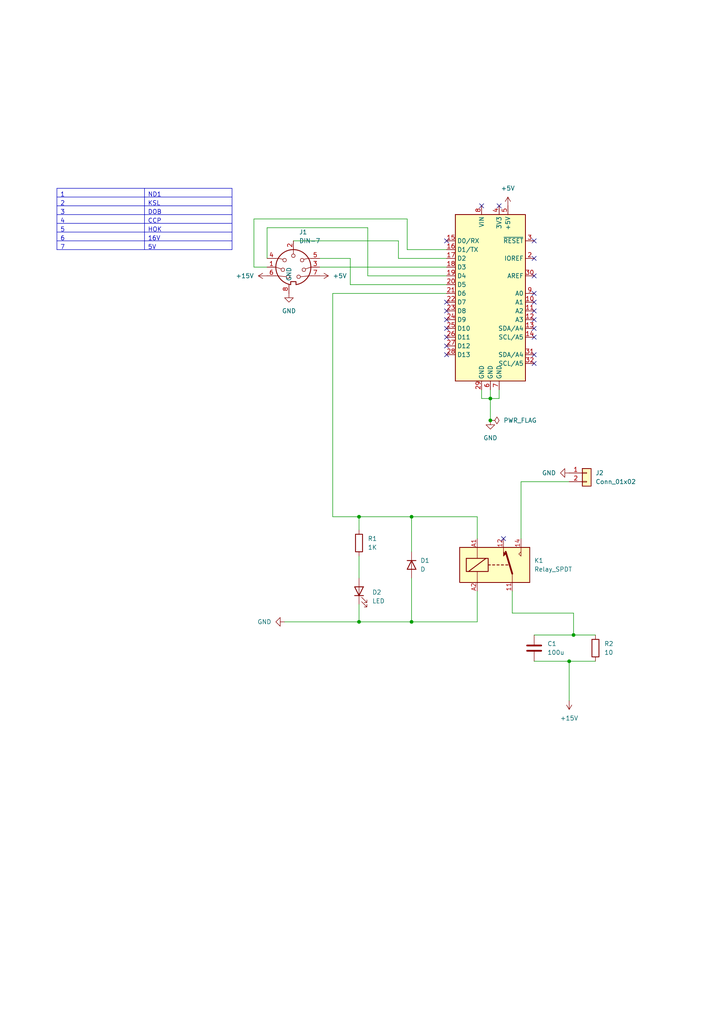
<source format=kicad_sch>
(kicad_sch (version 20250114) (generator "eeschema") (generator_version "9.0")
  (paper "A4" portrait)
  (title_block (title "Silver reed arduino") (date "2025-03-15") (rev "0.0.1") (company "Mathieu"))
  (lib_symbols
    (symbol "Connector:DIN-7" (pin_names (offset 1.016))
      (property "Reference" "J" (at 3.175 5.715 0))
      (property "Value" "DIN-7" (at 0 -6.604 0))
      (symbol "DIN-7_0_1"
        (polyline (pts (xy -5.08 2.54) (xy -4.318 2.54) (xy -3.048 2.286)))
        (polyline (pts (xy -5.08 0) (xy -3.556 -0.508)))
        (polyline (pts (xy -5.08 -2.54) (xy -4.318 -2.54) (xy -2.032 -2.794)))
        (circle (center -3.048 -0.762) (radius 0.508))
        (circle (center -2.54 2.032) (radius 0.508))
        (circle (center -1.524 -2.794) (radius 0.508))
        (polyline (pts (xy -0.762 -4.953) (xy -0.762 -4.191) (xy 0.762 -4.191) (xy 0.762 -4.953)) (stroke (width 0.254)))
        (arc (start 5.08 0) (mid 3.8673 -3.3444) (end 0.762 -5.08) (stroke (width 0.254)))
        (polyline (pts (xy 0 5.08) (xy 0 3.81)))
        (circle (center 0 3.302) (radius 0.508))
        (arc (start -5.08 0) (mid 0 5.0579) (end 5.08 0) (stroke (width 0.254)))
        (arc (start -0.762 -5.08) (mid -3.8597 -3.3379) (end -5.08 0) (stroke (width 0.254)))
        (circle (center 1.524 -2.794) (radius 0.508))
        (circle (center 2.54 2.032) (radius 0.508))
        (circle (center 3.048 -0.762) (radius 0.508))
        (polyline (pts (xy 5.08 2.54) (xy 4.318 2.54) (xy 3.048 2.286)))
        (polyline (pts (xy 5.08 0) (xy 3.556 -0.508)))
        (polyline (pts (xy 5.08 -2.54) (xy 4.318 -2.54) (xy 2.032 -2.794)))
      )
      (symbol "DIN-7_1_1"
        (pin passive line (at -7.62 2.54 0) (length 2.54) (name "~") (number "4"))
        (pin passive line (at -7.62 0 0) (length 2.54) (name "~") (number "1"))
        (pin passive line (at -7.62 -2.54 0) (length 2.54) (name "~") (number "6"))
        (pin passive line (at -1.27 -7.62 90) (length 2.54) (name "GND") (number "8"))
        (pin passive line (at 0 7.62 270) (length 2.54) (name "~") (number "2"))
        (pin passive line (at 7.62 2.54 180) (length 2.54) (name "~") (number "5"))
        (pin passive line (at 7.62 0 180) (length 2.54) (name "~") (number "3"))
        (pin passive line (at 7.62 -2.54 180) (length 2.54) (name "~") (number "7"))
      )
    )
    (symbol "Connector_Generic:Conn_01x02" (pin_names (offset 1.016) (hide yes))
      (property "Reference" "J" (at 0 2.54 0))
      (property "Value" "Conn_01x02" (at 0 -5.08 0))
      (symbol "Conn_01x02_1_1"
        (rectangle (start -1.27 1.27) (end 1.27 -3.81) (stroke (width 0.254)) (fill (type background)))
        (rectangle (start -1.27 0.127) (end 0 -0.127) (stroke (width 0.1524)))
        (rectangle (start -1.27 -2.413) (end 0 -2.667) (stroke (width 0.1524)))
        (pin passive line (at -5.08 0 0) (length 3.81) (name "Pin_1") (number "1"))
        (pin passive line (at -5.08 -2.54 0) (length 3.81) (name "Pin_2") (number "2"))
      )
    )
    (symbol "Device:C" (pin_numbers (hide yes)) (pin_names (offset 0.254))
      (property "Reference" "C" (at 0.635 2.54 0))
      (property "Value" "C" (at 0.635 -2.54 0))
      (symbol "C_0_1"
        (polyline (pts (xy -2.032 0.762) (xy 2.032 0.762)) (stroke (width 0.508)))
        (polyline (pts (xy -2.032 -0.762) (xy 2.032 -0.762)) (stroke (width 0.508)))
      )
      (symbol "C_1_1"
        (pin passive line (at 0 3.81 270) (length 2.794) (name "~") (number "1"))
        (pin passive line (at 0 -3.81 90) (length 2.794) (name "~") (number "2"))
      )
    )
    (symbol "Device:D" (pin_numbers (hide yes)) (pin_names (offset 1.016) (hide yes))
      (property "Reference" "D" (at 0 2.54 0))
      (property "Value" "D" (at 0 -2.54 0))
      (symbol "D_0_1"
        (polyline (pts (xy -1.27 1.27) (xy -1.27 -1.27)) (stroke (width 0.254)))
        (polyline (pts (xy 1.27 1.27) (xy 1.27 -1.27) (xy -1.27 0) (xy 1.27 1.27)) (stroke (width 0.254)))
        (polyline (pts (xy 1.27 0) (xy -1.27 0)))
      )
      (symbol "D_1_1"
        (pin passive line (at -3.81 0 0) (length 2.54) (name "K") (number "1"))
        (pin passive line (at 3.81 0 180) (length 2.54) (name "A") (number "2"))
      )
    )
    (symbol "Device:LED" (pin_numbers (hide yes)) (pin_names (offset 1.016) (hide yes))
      (property "Reference" "D" (at 0 2.54 0))
      (property "Value" "LED" (at 0 -2.54 0))
      (symbol "LED_0_1"
        (polyline (pts (xy -3.048 -0.762) (xy -4.572 -2.286) (xy -3.81 -2.286) (xy -4.572 -2.286) (xy -4.572 -1.524)))
        (polyline (pts (xy -1.778 -0.762) (xy -3.302 -2.286) (xy -2.54 -2.286) (xy -3.302 -2.286) (xy -3.302 -1.524)))
        (polyline (pts (xy -1.27 0) (xy 1.27 0)))
        (polyline (pts (xy -1.27 -1.27) (xy -1.27 1.27)) (stroke (width 0.254)))
        (polyline (pts (xy 1.27 -1.27) (xy 1.27 1.27) (xy -1.27 0) (xy 1.27 -1.27)) (stroke (width 0.254)))
      )
      (symbol "LED_1_1"
        (pin passive line (at -3.81 0 0) (length 2.54) (name "K") (number "1"))
        (pin passive line (at 3.81 0 180) (length 2.54) (name "A") (number "2"))
      )
    )
    (symbol "Device:R" (pin_numbers (hide yes)) (pin_names (offset 0))
      (property "Reference" "R" (at 2.032 0 90))
      (property "Value" "R" (at 0 0 90))
      (symbol "R_0_1"
        (rectangle (start -1.016 -2.54) (end 1.016 2.54) (stroke (width 0.254)))
      )
      (symbol "R_1_1"
        (pin passive line (at 0 3.81 270) (length 1.27) (name "~") (number "1"))
        (pin passive line (at 0 -3.81 90) (length 1.27) (name "~") (number "2"))
      )
    )
    (symbol "MCU_Module:Arduino_UNO_R3"
      (property "Reference" "A" (at -10.16 23.495 0))
      (property "Value" "Arduino_UNO_R3" (at 5.08 -26.67 0))
      (symbol "Arduino_UNO_R3_0_1"
        (rectangle (start -10.16 22.86) (end 10.16 -25.4) (stroke (width 0.254)) (fill (type background)))
      )
      (symbol "Arduino_UNO_R3_1_1"
        (pin bidirectional line (at -12.7 15.24 0) (length 2.54) (name "D0/RX") (number "15"))
        (pin bidirectional line (at -12.7 12.7 0) (length 2.54) (name "D1/TX") (number "16"))
        (pin bidirectional line (at -12.7 10.16 0) (length 2.54) (name "D2") (number "17"))
        (pin bidirectional line (at -12.7 7.62 0) (length 2.54) (name "D3") (number "18"))
        (pin bidirectional line (at -12.7 5.08 0) (length 2.54) (name "D4") (number "19"))
        (pin bidirectional line (at -12.7 2.54 0) (length 2.54) (name "D5") (number "20"))
        (pin bidirectional line (at -12.7 0 0) (length 2.54) (name "D6") (number "21"))
        (pin bidirectional line (at -12.7 -2.54 0) (length 2.54) (name "D7") (number "22"))
        (pin bidirectional line (at -12.7 -5.08 0) (length 2.54) (name "D8") (number "23"))
        (pin bidirectional line (at -12.7 -7.62 0) (length 2.54) (name "D9") (number "24"))
        (pin bidirectional line (at -12.7 -10.16 0) (length 2.54) (name "D10") (number "25"))
        (pin bidirectional line (at -12.7 -12.7 0) (length 2.54) (name "D11") (number "26"))
        (pin bidirectional line (at -12.7 -15.24 0) (length 2.54) (name "D12") (number "27"))
        (pin bidirectional line (at -12.7 -17.78 0) (length 2.54) (name "D13") (number "28"))
        (pin no_connect line (at -10.16 -20.32 0) (length 2.54) (hide yes) (name "NC") (number "1"))
        (pin power_in line (at -2.54 25.4 270) (length 2.54) (name "VIN") (number "8"))
        (pin power_in line (at -2.54 -27.94 90) (length 2.54) (name "GND") (number "29"))
        (pin power_in line (at 0 -27.94 90) (length 2.54) (name "GND") (number "6"))
        (pin power_out line (at 2.54 25.4 270) (length 2.54) (name "3V3") (number "4"))
        (pin power_in line (at 2.54 -27.94 90) (length 2.54) (name "GND") (number "7"))
        (pin power_out line (at 5.08 25.4 270) (length 2.54) (name "+5V") (number "5"))
        (pin input line (at 12.7 15.24 180) (length 2.54) (name "~{RESET}") (number "3"))
        (pin output line (at 12.7 10.16 180) (length 2.54) (name "IOREF") (number "2"))
        (pin input line (at 12.7 5.08 180) (length 2.54) (name "AREF") (number "30"))
        (pin bidirectional line (at 12.7 0 180) (length 2.54) (name "A0") (number "9"))
        (pin bidirectional line (at 12.7 -2.54 180) (length 2.54) (name "A1") (number "10"))
        (pin bidirectional line (at 12.7 -5.08 180) (length 2.54) (name "A2") (number "11"))
        (pin bidirectional line (at 12.7 -7.62 180) (length 2.54) (name "A3") (number "12"))
        (pin bidirectional line (at 12.7 -10.16 180) (length 2.54) (name "SDA/A4") (number "13"))
        (pin bidirectional line (at 12.7 -12.7 180) (length 2.54) (name "SCL/A5") (number "14"))
        (pin bidirectional line (at 12.7 -17.78 180) (length 2.54) (name "SDA/A4") (number "31"))
        (pin bidirectional line (at 12.7 -20.32 180) (length 2.54) (name "SCL/A5") (number "32"))
      )
    )
    (symbol "Relay:Relay_SPDT"
      (property "Reference" "K" (at 11.43 3.81 0))
      (property "Value" "Relay_SPDT" (at 11.43 1.27 0))
      (symbol "Relay_SPDT_0_0"
        (polyline (pts (xy 7.62 5.08) (xy 7.62 2.54) (xy 6.985 3.175) (xy 7.62 3.81)))
      )
      (symbol "Relay_SPDT_0_1"
        (rectangle (start -10.16 5.08) (end 10.16 -5.08) (stroke (width 0.254)) (fill (type background)))
        (rectangle (start -8.255 1.905) (end -1.905 -1.905) (stroke (width 0.254)))
        (polyline (pts (xy -7.62 -1.905) (xy -2.54 1.905)) (stroke (width 0.254)))
        (polyline (pts (xy -5.08 5.08) (xy -5.08 1.905)))
        (polyline (pts (xy -5.08 -5.08) (xy -5.08 -1.905)))
        (polyline (pts (xy -1.905 0) (xy -1.27 0)) (stroke (width 0.254)))
        (polyline (pts (xy -0.635 0) (xy 0 0)) (stroke (width 0.254)))
        (polyline (pts (xy 0.635 0) (xy 1.27 0)) (stroke (width 0.254)))
        (polyline (pts (xy 1.905 0) (xy 2.54 0)) (stroke (width 0.254)))
        (polyline (pts (xy 2.54 5.08) (xy 2.54 2.54) (xy 3.175 3.175) (xy 2.54 3.81)) (fill (type outline)))
        (polyline (pts (xy 3.175 0) (xy 3.81 0)) (stroke (width 0.254)))
        (polyline (pts (xy 5.08 -2.54) (xy 3.175 3.81)) (stroke (width 0.508)))
        (polyline (pts (xy 5.08 -2.54) (xy 5.08 -5.08)))
      )
      (symbol "Relay_SPDT_1_1"
        (pin passive line (at -5.08 7.62 270) (length 2.54) (name "~") (number "A1"))
        (pin passive line (at -5.08 -7.62 90) (length 2.54) (name "~") (number "A2"))
        (pin passive line (at 2.54 7.62 270) (length 2.54) (name "~") (number "12"))
        (pin passive line (at 5.08 -7.62 90) (length 2.54) (name "~") (number "11"))
        (pin passive line (at 7.62 7.62 270) (length 2.54) (name "~") (number "14"))
      )
    )
    (symbol "power:+15V" (power) (pin_numbers (hide yes)) (pin_names (offset 0) (hide yes))
      (property "Value" "+15V" (at 0 3.556 0))
      (symbol "+15V_0_1"
        (polyline (pts (xy -0.762 1.27) (xy 0 2.54)))
        (polyline (pts (xy 0 2.54) (xy 0.762 1.27)))
        (polyline (pts (xy 0 0) (xy 0 2.54)))
      )
      (symbol "+15V_1_1"
        (pin power_in line (at 0 0 90) (length 0) (name "~") (number "1"))
      )
    )
    (symbol "power:+5V" (power) (pin_numbers (hide yes)) (pin_names (offset 0) (hide yes))
      (property "Value" "+5V" (at 0 3.556 0))
      (symbol "+5V_0_1"
        (polyline (pts (xy -0.762 1.27) (xy 0 2.54)))
        (polyline (pts (xy 0 2.54) (xy 0.762 1.27)))
        (polyline (pts (xy 0 0) (xy 0 2.54)))
      )
      (symbol "+5V_1_1"
        (pin power_in line (at 0 0 90) (length 0) (name "~") (number "1"))
      )
    )
    (symbol "power:GND" (power) (pin_numbers (hide yes)) (pin_names (offset 0) (hide yes))
      (property "Value" "GND" (at 0 -3.81 0))
      (symbol "GND_0_1"
        (polyline (pts (xy 0 0) (xy 0 -1.27) (xy 1.27 -1.27) (xy 0 -2.54) (xy -1.27 -1.27) (xy 0 -1.27)))
      )
      (symbol "GND_1_1"
        (pin power_in line (at 0 0 270) (length 0) (name "~") (number "1"))
      )
    )
    (symbol "power:PWR_FLAG" (power) (pin_numbers (hide yes)) (pin_names (offset 0) (hide yes))
      (property "Value" "PWR_FLAG" (at 0 3.81 0))
      (symbol "PWR_FLAG_0_0"
        (pin power_out line (at 0 0 90) (length 0) (name "~") (number "1"))
      )
      (symbol "PWR_FLAG_0_1"
        (polyline (pts (xy 0 0) (xy 0 1.27) (xy -1.016 1.905) (xy 0 2.54) (xy 1.016 1.905) (xy 0 1.27)))
      )
    )
  )
  (junction (at 104.14 149.86))
  (junction (at 119.38 149.86))
  (junction (at 142.24 115.57))
  (junction (at 166.37 184.15))
  (junction (at 142.24 121.92))
  (junction (at 119.38 180.34))
  (junction (at 165.1 191.77))
  (junction (at 104.14 180.34))
  (no_connect (at 129.54 100.33))
  (no_connect (at 154.94 87.63))
  (no_connect (at 154.94 97.79))
  (no_connect (at 129.54 102.87))
  (no_connect (at 154.94 102.87))
  (no_connect (at 129.54 69.85))
  (no_connect (at 154.94 80.01))
  (no_connect (at 154.94 90.17))
  (no_connect (at 129.54 97.79))
  (no_connect (at 154.94 69.85))
  (no_connect (at 154.94 95.25))
  (no_connect (at 129.54 92.71))
  (no_connect (at 129.54 90.17))
  (no_connect (at 129.54 87.63))
  (no_connect (at 139.7 59.69))
  (no_connect (at 154.94 105.41))
  (no_connect (at 144.78 59.69))
  (no_connect (at 129.54 95.25))
  (no_connect (at 154.94 74.93))
  (no_connect (at 146.05 156.21))
  (no_connect (at 154.94 92.71))
  (no_connect (at 154.94 85.09))
  (wire (pts (xy 142.24 115.57) (xy 142.24 121.92)))
  (wire (pts (xy 138.43 156.21) (xy 138.43 149.86)))
  (wire (pts (xy 73.66 77.47) (xy 77.47 77.47)))
  (wire (pts (xy 96.52 149.86) (xy 104.14 149.86)))
  (wire (pts (xy 166.37 184.15) (xy 154.94 184.15)))
  (wire (pts (xy 104.14 149.86) (xy 119.38 149.86)))
  (wire (pts (xy 77.47 66.04) (xy 77.47 74.93)))
  (wire (pts (xy 148.59 177.8) (xy 166.37 177.8)))
  (wire (pts (xy 144.78 113.03) (xy 144.78 115.57)))
  (wire (pts (xy 138.43 171.45) (xy 138.43 180.34)))
  (wire (pts (xy 165.1 139.7) (xy 151.13 139.7)))
  (wire (pts (xy 82.55 180.34) (xy 104.14 180.34)))
  (wire (pts (xy 165.1 191.77) (xy 165.1 203.2)))
  (wire (pts (xy 166.37 177.8) (xy 166.37 184.15)))
  (wire (pts (xy 165.1 191.77) (xy 172.72 191.77)))
  (wire (pts (xy 104.14 149.86) (xy 104.14 153.67)))
  (wire (pts (xy 154.94 191.77) (xy 165.1 191.77)))
  (wire (pts (xy 96.52 85.09) (xy 96.52 149.86)))
  (wire (pts (xy 118.11 72.39) (xy 118.11 63.5)))
  (wire (pts (xy 151.13 139.7) (xy 151.13 156.21)))
  (wire (pts (xy 129.54 74.93) (xy 115.57 74.93)))
  (wire (pts (xy 166.37 184.15) (xy 172.72 184.15)))
  (wire (pts (xy 139.7 113.03) (xy 139.7 115.57)))
  (wire (pts (xy 119.38 167.64) (xy 119.38 180.34)))
  (wire (pts (xy 129.54 80.01) (xy 106.68 80.01)))
  (wire (pts (xy 119.38 149.86) (xy 119.38 160.02)))
  (wire (pts (xy 73.66 63.5) (xy 73.66 77.47)))
  (wire (pts (xy 119.38 180.34) (xy 138.43 180.34)))
  (wire (pts (xy 118.11 63.5) (xy 73.66 63.5)))
  (wire (pts (xy 144.78 115.57) (xy 142.24 115.57)))
  (wire (pts (xy 139.7 115.57) (xy 142.24 115.57)))
  (wire (pts (xy 142.24 113.03) (xy 142.24 115.57)))
  (wire (pts (xy 115.57 69.85) (xy 85.09 69.85)))
  (wire (pts (xy 101.6 74.93) (xy 92.71 74.93)))
  (wire (pts (xy 119.38 180.34) (xy 104.14 180.34)))
  (wire (pts (xy 106.68 66.04) (xy 77.47 66.04)))
  (wire (pts (xy 104.14 161.29) (xy 104.14 167.64)))
  (wire (pts (xy 129.54 72.39) (xy 118.11 72.39)))
  (wire (pts (xy 101.6 82.55) (xy 101.6 74.93)))
  (wire (pts (xy 119.38 149.86) (xy 138.43 149.86)))
  (wire (pts (xy 129.54 85.09) (xy 96.52 85.09)))
  (wire (pts (xy 106.68 80.01) (xy 106.68 66.04)))
  (wire (pts (xy 92.71 77.47) (xy 129.54 77.47)))
  (wire (pts (xy 104.14 175.26) (xy 104.14 180.34)))
  (wire (pts (xy 129.54 82.55) (xy 101.6 82.55)))
  (wire (pts (xy 148.59 171.45) (xy 148.59 177.8)))
  (wire (pts (xy 115.57 74.93) (xy 115.57 69.85)))
  (table (column_count 2) (border (external yes) (header yes)) (separators (rows yes) (cols yes)) (column_widths 25.4 25.4) (row_heights 2.54 2.54 2.54 2.54 2.54 2.54 2.54) (cells (table_cell "1" (at 16.51 54.61 0) (size 25.4 2.54) (margins 0.9525 0.9525 0.9525 0.9525) (span 1 1)) (table_cell "ND1" (at 41.91 54.61 0) (size 25.4 2.54) (margins 0.9525 0.9525 0.9525 0.9525) (span 1 1)) (table_cell "2" (at 16.51 57.15 0) (size 25.4 2.54) (margins 0.9525 0.9525 0.9525 0.9525) (span 1 1)) (table_cell "KSL" (at 41.91 57.15 0) (size 25.4 2.54) (margins 0.9525 0.9525 0.9525 0.9525) (span 1 1)) (table_cell "3" (at 16.51 59.69 0) (size 25.4 2.54) (margins 0.9525 0.9525 0.9525 0.9525) (span 1 1)) (table_cell "DOB" (at 41.91 59.69 0) (size 25.4 2.54) (margins 0.9525 0.9525 0.9525 0.9525) (span 1 1)) (table_cell "4" (at 16.51 62.23 0) (size 25.4 2.54) (margins 0.9525 0.9525 0.9525 0.9525) (span 1 1)) (table_cell "CCP" (at 41.91 62.23 0) (size 25.4 2.54) (margins 0.9525 0.9525 0.9525 0.9525) (span 1 1)) (table_cell "5" (at 16.51 64.77 0) (size 25.4 2.54) (margins 0.9525 0.9525 0.9525 0.9525) (span 1 1)) (table_cell "HOK" (at 41.91 64.77 0) (size 25.4 2.54) (margins 0.9525 0.9525 0.9525 0.9525) (span 1 1)) (table_cell "6" (at 16.51 67.31 0) (size 25.4 2.54) (margins 0.9525 0.9525 0.9525 0.9525) (span 1 1)) (table_cell "16V" (at 41.91 67.31 0) (size 25.4 2.54) (margins 0.9525 0.9525 0.9525 0.9525) (span 1 1)) (table_cell "7" (at 16.51 69.85 0) (size 25.4 2.54) (margins 0.9525 0.9525 0.9525 0.9525) (span 1 1)) (table_cell "5V" (at 41.91 69.85 0) (size 25.4 2.54) (margins 0.9525 0.9525 0.9525 0.9525) (span 1 1))))
  (symbol (lib_id "MCU_Module:Arduino_UNO_R3") (at 142.24 85.09 0) (unit 1)
    (property "Reference" "A1" (effects (hide yes)))
    (property "Value" "Arduino_UNO_R3" (effects (hide yes)))
    (property "Footprint" "Module:Arduino_UNO_R3" (effects (hide yes)))
    (property "Datasheet" "https://www.arduino.cc/en/Main/arduinoBoardUno" (effects (hide yes)))
    (property "Description" "Arduino UNO Microcontroller Module, release 3" (effects (hide yes)))
  )
  (symbol (lib_id "power:+15V") (at 77.47 80.01 90) (unit 1)
    (property "Reference" "#PWR07" (effects (hide yes)))
    (property "Value" "+15V" (at 73.66 80.0099 90) (effects (justify left)))
    (property "Description" "Power symbol creates a global label with name \"+15V\"" (effects (hide yes)))
  )
  (symbol (lib_id "power:+15V") (at 165.1 203.2 180) (unit 1)
    (property "Reference" "#PWR05" (effects (hide yes)))
    (property "Value" "+15V" (at 165.1 208.28 0))
    (property "Description" "Power symbol creates a global label with name \"+15V\"" (effects (hide yes)))
  )
  (symbol (lib_id "power:GND") (at 82.55 180.34 270) (unit 1)
    (property "Reference" "#PWR01" (effects (hide yes)))
    (property "Value" "GND" (at 78.74 180.3399 90) (effects (justify right)))
    (property "Description" "Power symbol creates a global label with name \"GND\" , ground" (effects (hide yes)))
  )
  (symbol (lib_id "power:GND") (at 142.24 121.92 0) (unit 1)
    (property "Reference" "#PWR02" (effects (hide yes)))
    (property "Value" "GND" (at 142.24 127 0))
    (property "Description" "Power symbol creates a global label with name \"GND\" , ground" (effects (hide yes)))
  )
  (symbol (lib_id "Connector:DIN-7") (at 85.09 77.47 0) (unit 1)
    (property "Reference" "J1" (at 86.7411 67.31 0) (effects (justify left)))
    (property "Value" "DIN-7" (at 86.7411 69.85 0) (effects (justify left)))
    (property "Datasheet" "http://www.mouser.com/ds/2/18/40_c091_abd_e-75918.pdf" (effects (hide yes)))
    (property "Description" "7-pin DIN connector" (effects (hide yes)))
  )
  (symbol (lib_id "Connector_Generic:Conn_01x02") (at 170.18 137.16 0) (unit 1)
    (property "Reference" "J2" (at 172.72 137.1599 0) (effects (justify left)))
    (property "Value" "Conn_01x02" (at 172.72 139.6999 0) (effects (justify left)))
    (property "Description" "Generic connector, single row, 01x02, script generated (kicad-library-utils/schlib/autogen/connector/)" (effects (hide yes)))
  )
  (symbol (lib_id "Relay:Relay_SPDT") (at 143.51 163.83 0) (unit 1)
    (property "Reference" "K1" (at 154.94 162.5599 0) (effects (justify left)))
    (property "Value" "Relay_SPDT" (at 154.94 165.0999 0) (effects (justify left)))
    (property "Description" "Relay SPDT, monostable, EN50005" (effects (hide yes)))
  )
  (symbol (lib_id "Device:R") (at 104.14 157.48 0) (unit 1)
    (property "Reference" "R1" (at 106.68 156.2099 0) (effects (justify left)))
    (property "Value" "1K" (at 106.68 158.7499 0) (effects (justify left)))
    (property "Description" "Resistor" (effects (hide yes)))
  )
  (symbol (lib_id "power:GND") (at 83.82 85.09 0) (unit 1)
    (property "Reference" "#PWR08" (effects (hide yes)))
    (property "Value" "GND" (at 83.82 90.17 0))
    (property "Description" "Power symbol creates a global label with name \"GND\" , ground" (effects (hide yes)))
  )
  (symbol (lib_id "Device:LED") (at 104.14 171.45 90) (unit 1)
    (property "Reference" "D2" (at 107.95 171.7674 90) (effects (justify right)))
    (property "Value" "LED" (at 107.95 174.3074 90) (effects (justify right)))
    (property "Description" "Light emitting diode" (effects (hide yes)))
    (property "Sim.Pins" "1=K 2=A" (effects (hide yes)))
  )
  (symbol (lib_id "Device:R") (at 172.72 187.96 0) (unit 1)
    (property "Reference" "R2" (at 175.26 186.6899 0) (effects (justify left)))
    (property "Value" "10" (at 175.26 189.2299 0) (effects (justify left)))
    (property "Description" "Resistor" (effects (hide yes)))
  )
  (symbol (lib_id "Device:C") (at 154.94 187.96 0) (unit 1)
    (property "Reference" "C1" (at 158.75 186.6899 0) (effects (justify left)))
    (property "Value" "100u" (at 158.75 189.2299 0) (effects (justify left)))
    (property "Description" "Unpolarized capacitor" (effects (hide yes)))
  )
  (symbol (lib_id "power:+5V") (at 147.32 59.69 0) (unit 1)
    (property "Reference" "#PWR03" (effects (hide yes)))
    (property "Value" "+5V" (at 147.32 54.61 0))
    (property "Description" "Power symbol creates a global label with name \"+5V\"" (effects (hide yes)))
  )
  (symbol (lib_id "Device:D") (at 119.38 163.83 270) (unit 1)
    (property "Reference" "D1" (at 121.92 162.5599 90) (effects (justify left)))
    (property "Value" "D" (at 121.92 165.0999 90) (effects (justify left)))
    (property "Description" "Diode" (effects (hide yes)))
    (property "Sim.Device" "D" (effects (hide yes)))
    (property "Sim.Pins" "1=K 2=A" (effects (hide yes)))
  )
  (symbol (lib_id "power:+5V") (at 92.71 80.01 270) (unit 1)
    (property "Reference" "#PWR06" (effects (hide yes)))
    (property "Value" "+5V" (at 96.52 80.0099 90) (effects (justify left)))
    (property "Description" "Power symbol creates a global label with name \"+5V\"" (effects (hide yes)))
  )
  (symbol (lib_id "power:GND") (at 165.1 137.16 270) (unit 1)
    (property "Reference" "#PWR04" (effects (hide yes)))
    (property "Value" "GND" (at 161.29 137.1599 90) (effects (justify right)))
    (property "Description" "Power symbol creates a global label with name \"GND\" , ground" (effects (hide yes)))
  )
  (symbol (lib_id "power:PWR_FLAG") (at 142.24 121.92 270) (unit 1)
    (property "Reference" "#FLG01" (effects (hide yes)))
    (property "Value" "PWR_FLAG" (at 146.05 121.9199 90) (effects (justify left)))
    (property "Description" "Special symbol for telling ERC where power comes from" (effects (hide yes)))
  )
)
</source>
